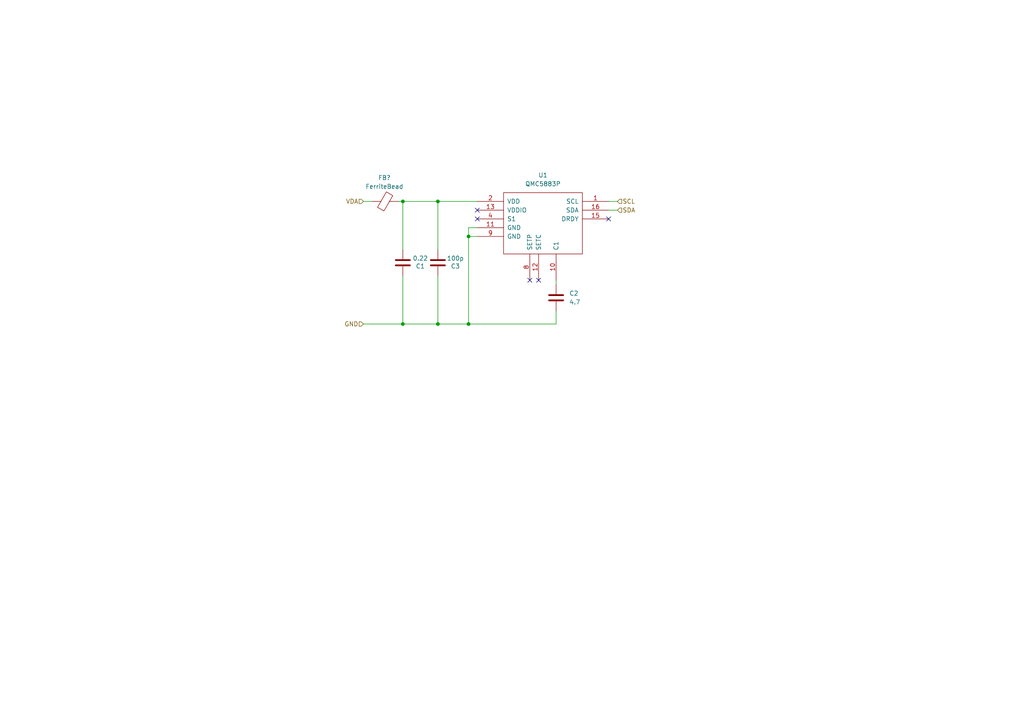
<source format=kicad_sch>
(kicad_sch
	(version 20250114)
	(generator "eeschema")
	(generator_version "9.0")
	(uuid "613a835e-61e7-4b33-987c-8d5db636fbfa")
	(paper "A4")
	(lib_symbols
		(symbol "Device:C"
			(pin_numbers
				(hide yes)
			)
			(pin_names
				(offset 0.254)
			)
			(exclude_from_sim no)
			(in_bom yes)
			(on_board yes)
			(property "Reference" "C"
				(at 0.635 2.54 0)
				(effects
					(font
						(size 1.27 1.27)
					)
					(justify left)
				)
			)
			(property "Value" "C"
				(at 0.635 -2.54 0)
				(effects
					(font
						(size 1.27 1.27)
					)
					(justify left)
				)
			)
			(property "Footprint" ""
				(at 0.9652 -3.81 0)
				(effects
					(font
						(size 1.27 1.27)
					)
					(hide yes)
				)
			)
			(property "Datasheet" "~"
				(at 0 0 0)
				(effects
					(font
						(size 1.27 1.27)
					)
					(hide yes)
				)
			)
			(property "Description" "Unpolarized capacitor"
				(at 0 0 0)
				(effects
					(font
						(size 1.27 1.27)
					)
					(hide yes)
				)
			)
			(property "ki_keywords" "cap capacitor"
				(at 0 0 0)
				(effects
					(font
						(size 1.27 1.27)
					)
					(hide yes)
				)
			)
			(property "ki_fp_filters" "C_*"
				(at 0 0 0)
				(effects
					(font
						(size 1.27 1.27)
					)
					(hide yes)
				)
			)
			(symbol "C_0_1"
				(polyline
					(pts
						(xy -2.032 0.762) (xy 2.032 0.762)
					)
					(stroke
						(width 0.508)
						(type default)
					)
					(fill
						(type none)
					)
				)
				(polyline
					(pts
						(xy -2.032 -0.762) (xy 2.032 -0.762)
					)
					(stroke
						(width 0.508)
						(type default)
					)
					(fill
						(type none)
					)
				)
			)
			(symbol "C_1_1"
				(pin passive line
					(at 0 3.81 270)
					(length 2.794)
					(name "~"
						(effects
							(font
								(size 1.27 1.27)
							)
						)
					)
					(number "1"
						(effects
							(font
								(size 1.27 1.27)
							)
						)
					)
				)
				(pin passive line
					(at 0 -3.81 90)
					(length 2.794)
					(name "~"
						(effects
							(font
								(size 1.27 1.27)
							)
						)
					)
					(number "2"
						(effects
							(font
								(size 1.27 1.27)
							)
						)
					)
				)
			)
			(embedded_fonts no)
		)
		(symbol "Device:FerriteBead"
			(pin_numbers
				(hide yes)
			)
			(pin_names
				(offset 0)
			)
			(exclude_from_sim no)
			(in_bom yes)
			(on_board yes)
			(property "Reference" "FB"
				(at -3.81 0.635 90)
				(effects
					(font
						(size 1.27 1.27)
					)
				)
			)
			(property "Value" "FerriteBead"
				(at 3.81 0 90)
				(effects
					(font
						(size 1.27 1.27)
					)
				)
			)
			(property "Footprint" ""
				(at -1.778 0 90)
				(effects
					(font
						(size 1.27 1.27)
					)
					(hide yes)
				)
			)
			(property "Datasheet" "~"
				(at 0 0 0)
				(effects
					(font
						(size 1.27 1.27)
					)
					(hide yes)
				)
			)
			(property "Description" "Ferrite bead"
				(at 0 0 0)
				(effects
					(font
						(size 1.27 1.27)
					)
					(hide yes)
				)
			)
			(property "ki_keywords" "L ferrite bead inductor filter"
				(at 0 0 0)
				(effects
					(font
						(size 1.27 1.27)
					)
					(hide yes)
				)
			)
			(property "ki_fp_filters" "Inductor_* L_* *Ferrite*"
				(at 0 0 0)
				(effects
					(font
						(size 1.27 1.27)
					)
					(hide yes)
				)
			)
			(symbol "FerriteBead_0_1"
				(polyline
					(pts
						(xy -2.7686 0.4064) (xy -1.7018 2.2606) (xy 2.7686 -0.3048) (xy 1.6764 -2.159) (xy -2.7686 0.4064)
					)
					(stroke
						(width 0)
						(type default)
					)
					(fill
						(type none)
					)
				)
				(polyline
					(pts
						(xy 0 1.27) (xy 0 1.2954)
					)
					(stroke
						(width 0)
						(type default)
					)
					(fill
						(type none)
					)
				)
				(polyline
					(pts
						(xy 0 -1.27) (xy 0 -1.2192)
					)
					(stroke
						(width 0)
						(type default)
					)
					(fill
						(type none)
					)
				)
			)
			(symbol "FerriteBead_1_1"
				(pin passive line
					(at 0 3.81 270)
					(length 2.54)
					(name "~"
						(effects
							(font
								(size 1.27 1.27)
							)
						)
					)
					(number "1"
						(effects
							(font
								(size 1.27 1.27)
							)
						)
					)
				)
				(pin passive line
					(at 0 -3.81 90)
					(length 2.54)
					(name "~"
						(effects
							(font
								(size 1.27 1.27)
							)
						)
					)
					(number "2"
						(effects
							(font
								(size 1.27 1.27)
							)
						)
					)
				)
			)
			(embedded_fonts no)
		)
		(symbol "common:QMC5883P"
			(pin_names
				(offset 1.016)
			)
			(exclude_from_sim no)
			(in_bom yes)
			(on_board yes)
			(property "Reference" "U"
				(at 10.16 8.89 0)
				(effects
					(font
						(size 1.27 1.27)
					)
				)
			)
			(property "Value" "QMC5883P"
				(at -6.35 8.89 0)
				(effects
					(font
						(size 1.27 1.27)
					)
				)
			)
			(property "Footprint" "MODULE"
				(at 0 0 0)
				(effects
					(font
						(size 1.27 1.27)
					)
					(hide yes)
				)
			)
			(property "Datasheet" "DOCUMENTATION"
				(at 0 0 0)
				(effects
					(font
						(size 1.27 1.27)
					)
					(hide yes)
				)
			)
			(property "Description" ""
				(at 0 0 0)
				(effects
					(font
						(size 1.27 1.27)
					)
					(hide yes)
				)
			)
			(symbol "QMC5883P_1_0"
				(rectangle
					(start -11.43 -10.16)
					(end 11.43 7.62)
					(stroke
						(width 0)
						(type solid)
					)
					(fill
						(type none)
					)
				)
			)
			(symbol "QMC5883P_1_1"
				(pin power_in line
					(at -19.05 5.08 0)
					(length 7.62)
					(name "VDD"
						(effects
							(font
								(size 1.27 1.27)
							)
						)
					)
					(number "2"
						(effects
							(font
								(size 1.27 1.27)
							)
						)
					)
				)
				(pin power_in line
					(at -19.05 2.54 0)
					(length 7.62)
					(name "VDDIO"
						(effects
							(font
								(size 1.27 1.27)
							)
						)
					)
					(number "13"
						(effects
							(font
								(size 1.27 1.27)
							)
						)
					)
				)
				(pin input line
					(at -19.05 0 0)
					(length 7.62)
					(name "S1"
						(effects
							(font
								(size 1.27 1.27)
							)
						)
					)
					(number "4"
						(effects
							(font
								(size 1.27 1.27)
							)
						)
					)
				)
				(pin power_in line
					(at -19.05 -2.54 0)
					(length 7.62)
					(name "GND"
						(effects
							(font
								(size 1.27 1.27)
							)
						)
					)
					(number "11"
						(effects
							(font
								(size 1.27 1.27)
							)
						)
					)
				)
				(pin power_in line
					(at -19.05 -5.08 0)
					(length 7.62)
					(name "GND"
						(effects
							(font
								(size 1.27 1.27)
							)
						)
					)
					(number "9"
						(effects
							(font
								(size 1.27 1.27)
							)
						)
					)
				)
				(pin power_out line
					(at -3.81 -17.78 90)
					(length 7.62)
					(name "SETP"
						(effects
							(font
								(size 1.27 1.27)
							)
						)
					)
					(number "8"
						(effects
							(font
								(size 1.27 1.27)
							)
						)
					)
				)
				(pin power_out line
					(at -1.27 -17.78 90)
					(length 7.62)
					(name "SETC"
						(effects
							(font
								(size 1.27 1.27)
							)
						)
					)
					(number "12"
						(effects
							(font
								(size 1.27 1.27)
							)
						)
					)
				)
				(pin power_out line
					(at 3.81 -17.78 90)
					(length 7.62)
					(name "C1"
						(effects
							(font
								(size 1.27 1.27)
							)
						)
					)
					(number "10"
						(effects
							(font
								(size 1.27 1.27)
							)
						)
					)
				)
				(pin input line
					(at 19.05 5.08 180)
					(length 7.62)
					(name "SCL"
						(effects
							(font
								(size 1.27 1.27)
							)
						)
					)
					(number "1"
						(effects
							(font
								(size 1.27 1.27)
							)
						)
					)
				)
				(pin bidirectional line
					(at 19.05 2.54 180)
					(length 7.62)
					(name "SDA"
						(effects
							(font
								(size 1.27 1.27)
							)
						)
					)
					(number "16"
						(effects
							(font
								(size 1.27 1.27)
							)
						)
					)
				)
				(pin output line
					(at 19.05 0 180)
					(length 7.62)
					(name "DRDY"
						(effects
							(font
								(size 1.27 1.27)
							)
						)
					)
					(number "15"
						(effects
							(font
								(size 1.27 1.27)
							)
						)
					)
				)
			)
			(embedded_fonts no)
		)
	)
	(junction
		(at 116.84 58.42)
		(diameter 0)
		(color 0 0 0 0)
		(uuid "10589d03-14d4-4e31-98a1-c871d0ff1d4b")
	)
	(junction
		(at 127 93.98)
		(diameter 0)
		(color 0 0 0 0)
		(uuid "3bdf1a3f-bc42-485f-b864-f8cb370f6211")
	)
	(junction
		(at 127 58.42)
		(diameter 0)
		(color 0 0 0 0)
		(uuid "4c72280c-503d-4b5f-a082-f3ebd1c34205")
	)
	(junction
		(at 135.89 68.58)
		(diameter 0)
		(color 0 0 0 0)
		(uuid "596abe58-dbb4-4bf3-8fb7-937db312a81e")
	)
	(junction
		(at 116.84 93.98)
		(diameter 0)
		(color 0 0 0 0)
		(uuid "7c816bfa-5937-4c6d-a6c3-4b82e9ba42a2")
	)
	(junction
		(at 135.89 93.98)
		(diameter 0)
		(color 0 0 0 0)
		(uuid "aa914619-3e2c-4ca5-93e2-5d0379b7ac88")
	)
	(no_connect
		(at 138.43 60.96)
		(uuid "32952054-35bd-4f13-81fe-9fd57f9e930a")
	)
	(no_connect
		(at 156.21 81.28)
		(uuid "92041b17-d79d-4349-b15a-431f616637e1")
	)
	(no_connect
		(at 176.53 63.5)
		(uuid "9a9cf673-70ff-4a13-ae09-8bb5bf1da14c")
	)
	(no_connect
		(at 138.43 63.5)
		(uuid "a9357f17-f3e9-4baa-a1ce-a7e77c09bd34")
	)
	(no_connect
		(at 153.67 81.28)
		(uuid "f2d7d7af-2b59-4bd6-9015-c69599e127a5")
	)
	(wire
		(pts
			(xy 135.89 93.98) (xy 135.89 68.58)
		)
		(stroke
			(width 0)
			(type default)
		)
		(uuid "0f037c94-73d1-4145-a750-3777d49656c7")
	)
	(wire
		(pts
			(xy 161.29 81.28) (xy 161.29 82.55)
		)
		(stroke
			(width 0)
			(type default)
		)
		(uuid "10fa58c9-4fb9-40c9-88d4-5ac91e57188a")
	)
	(wire
		(pts
			(xy 116.84 80.01) (xy 116.84 93.98)
		)
		(stroke
			(width 0)
			(type default)
		)
		(uuid "13ef9b26-103a-43ae-aa04-50a9d4ff9041")
	)
	(wire
		(pts
			(xy 127 93.98) (xy 135.89 93.98)
		)
		(stroke
			(width 0)
			(type default)
		)
		(uuid "16d01515-ce57-40ae-b0b3-7d298fa87382")
	)
	(wire
		(pts
			(xy 135.89 93.98) (xy 161.29 93.98)
		)
		(stroke
			(width 0)
			(type default)
		)
		(uuid "1bbca678-b77f-4e28-93f1-87f1d636d334")
	)
	(wire
		(pts
			(xy 115.57 58.42) (xy 116.84 58.42)
		)
		(stroke
			(width 0)
			(type default)
		)
		(uuid "324bcb56-c7be-4223-9f60-674fbcbb400e")
	)
	(wire
		(pts
			(xy 176.53 60.96) (xy 179.07 60.96)
		)
		(stroke
			(width 0)
			(type default)
		)
		(uuid "58dbdaaa-ae3b-4c0b-aba7-0d83b6ef9cb7")
	)
	(wire
		(pts
			(xy 135.89 68.58) (xy 135.89 66.04)
		)
		(stroke
			(width 0)
			(type default)
		)
		(uuid "7fc12114-a14a-498d-9e3f-4c649f807198")
	)
	(wire
		(pts
			(xy 116.84 58.42) (xy 116.84 72.39)
		)
		(stroke
			(width 0)
			(type default)
		)
		(uuid "8e404631-c2b0-4ca2-b4bb-8392e2e391e5")
	)
	(wire
		(pts
			(xy 135.89 68.58) (xy 138.43 68.58)
		)
		(stroke
			(width 0)
			(type default)
		)
		(uuid "99372174-603e-4f36-a416-ac5ff3db520b")
	)
	(wire
		(pts
			(xy 105.41 93.98) (xy 116.84 93.98)
		)
		(stroke
			(width 0)
			(type default)
		)
		(uuid "a1e5daa7-c283-4725-bcc3-1e2c45b4b57d")
	)
	(wire
		(pts
			(xy 176.53 58.42) (xy 179.07 58.42)
		)
		(stroke
			(width 0)
			(type default)
		)
		(uuid "a5aea17c-12d8-41f1-be82-2df2aba858f1")
	)
	(wire
		(pts
			(xy 116.84 93.98) (xy 127 93.98)
		)
		(stroke
			(width 0)
			(type default)
		)
		(uuid "ad289452-7311-46eb-a45b-035a014ff08e")
	)
	(wire
		(pts
			(xy 127 80.01) (xy 127 93.98)
		)
		(stroke
			(width 0)
			(type default)
		)
		(uuid "b65a03ff-0178-4577-a154-28930666364e")
	)
	(wire
		(pts
			(xy 116.84 58.42) (xy 127 58.42)
		)
		(stroke
			(width 0)
			(type default)
		)
		(uuid "c6f46c13-e36d-4fe2-8fcf-bc6ee2880e5f")
	)
	(wire
		(pts
			(xy 105.41 58.42) (xy 107.95 58.42)
		)
		(stroke
			(width 0)
			(type default)
		)
		(uuid "cb0a69df-995d-48b2-8441-fab9b80b3041")
	)
	(wire
		(pts
			(xy 127 58.42) (xy 138.43 58.42)
		)
		(stroke
			(width 0)
			(type default)
		)
		(uuid "e3a37c96-bce2-4963-abb3-0ad764f3dc83")
	)
	(wire
		(pts
			(xy 127 58.42) (xy 127 72.39)
		)
		(stroke
			(width 0)
			(type default)
		)
		(uuid "e79773a4-579f-4b12-8eaa-4cc4f55b2744")
	)
	(wire
		(pts
			(xy 135.89 66.04) (xy 138.43 66.04)
		)
		(stroke
			(width 0)
			(type default)
		)
		(uuid "f6bd312f-3a58-4518-995c-1b9922aa527a")
	)
	(wire
		(pts
			(xy 161.29 90.17) (xy 161.29 93.98)
		)
		(stroke
			(width 0)
			(type default)
		)
		(uuid "fb932ce7-19b8-407c-a9f1-5782f3acdb7e")
	)
	(hierarchical_label "SCL"
		(shape input)
		(at 179.07 58.42 0)
		(effects
			(font
				(size 1.27 1.27)
			)
			(justify left)
		)
		(uuid "a40c6312-a170-40c4-83bd-6e66975b3e6c")
	)
	(hierarchical_label "SDA"
		(shape input)
		(at 179.07 60.96 0)
		(effects
			(font
				(size 1.27 1.27)
			)
			(justify left)
		)
		(uuid "beb79e7d-d1f4-465d-aa35-9f0b7eda0493")
	)
	(hierarchical_label "VDA"
		(shape input)
		(at 105.41 58.42 180)
		(effects
			(font
				(size 1.27 1.27)
			)
			(justify right)
		)
		(uuid "e2f70a48-41b6-495b-9d89-30b37c582298")
	)
	(hierarchical_label "GND"
		(shape input)
		(at 105.41 93.98 180)
		(effects
			(font
				(size 1.27 1.27)
			)
			(justify right)
		)
		(uuid "e4532fa8-e36b-48bb-b1e1-6e5d44eaa2e3")
	)
	(symbol
		(lib_id "Device:C")
		(at 116.84 76.2 0)
		(unit 1)
		(exclude_from_sim no)
		(in_bom yes)
		(on_board yes)
		(dnp no)
		(uuid "3eb63e52-6a7a-4d65-86dc-d969ab0f6c05")
		(property "Reference" "C14"
			(at 121.92 77.216 0)
			(effects
				(font
					(size 1.27 1.27)
				)
			)
		)
		(property "Value" "0.22"
			(at 121.92 74.93 0)
			(effects
				(font
					(size 1.27 1.27)
				)
			)
		)
		(property "Footprint" "Capacitor_SMD:C_0805_2012Metric"
			(at 117.8052 80.01 0)
			(effects
				(font
					(size 1.27 1.27)
				)
				(hide yes)
			)
		)
		(property "Datasheet" "~"
			(at 116.84 76.2 0)
			(effects
				(font
					(size 1.27 1.27)
				)
				(hide yes)
			)
		)
		(property "Description" "Unpolarized capacitor"
			(at 116.84 76.2 0)
			(effects
				(font
					(size 1.27 1.27)
				)
				(hide yes)
			)
		)
		(pin "2"
			(uuid "b3484d8e-7760-48d1-9165-3ae2fc9cc0a3")
		)
		(pin "1"
			(uuid "5c7a2a3e-0d14-424a-b45a-161f0b33a7d0")
		)
		(instances
			(project "magnitometr"
				(path "/613a835e-61e7-4b33-987c-8d5db636fbfa"
					(reference "C1")
					(unit 1)
				)
			)
			(project "3axis-magnitometer"
				(path "/c590c88d-27c9-4e5a-a435-a42d9de70c1c/0bdc1534-3886-4ec0-96c3-23dabfd87e22"
					(reference "C14")
					(unit 1)
				)
			)
		)
	)
	(symbol
		(lib_id "Device:FerriteBead")
		(at 111.76 58.42 90)
		(unit 1)
		(exclude_from_sim no)
		(in_bom yes)
		(on_board yes)
		(dnp no)
		(uuid "79810e95-4d14-4f9d-ad20-f4d52e56fbe6")
		(property "Reference" "FB2"
			(at 111.506 51.562 90)
			(effects
				(font
					(size 1.27 1.27)
				)
			)
		)
		(property "Value" "FerriteBead"
			(at 111.506 54.102 90)
			(effects
				(font
					(size 1.27 1.27)
				)
			)
		)
		(property "Footprint" "Inductor_SMD:L_0805_2012Metric"
			(at 111.76 60.198 90)
			(effects
				(font
					(size 1.27 1.27)
				)
				(hide yes)
			)
		)
		(property "Datasheet" "~"
			(at 111.76 58.42 0)
			(effects
				(font
					(size 1.27 1.27)
				)
				(hide yes)
			)
		)
		(property "Description" "Ferrite bead"
			(at 111.76 58.42 0)
			(effects
				(font
					(size 1.27 1.27)
				)
				(hide yes)
			)
		)
		(pin "2"
			(uuid "b707dcc4-d9ae-4ad7-b988-d3a06ef4e0fa")
		)
		(pin "1"
			(uuid "0dc32965-dbac-4648-acd2-52cb6a26e311")
		)
		(instances
			(project "magnitometr"
				(path "/613a835e-61e7-4b33-987c-8d5db636fbfa"
					(reference "FB?")
					(unit 1)
				)
			)
			(project ""
				(path "/c590c88d-27c9-4e5a-a435-a42d9de70c1c/0bdc1534-3886-4ec0-96c3-23dabfd87e22"
					(reference "FB2")
					(unit 1)
				)
			)
		)
	)
	(symbol
		(lib_id "Device:C")
		(at 127 76.2 0)
		(unit 1)
		(exclude_from_sim no)
		(in_bom yes)
		(on_board yes)
		(dnp no)
		(uuid "c5fa4b77-8d79-4609-9264-0178c73b66e7")
		(property "Reference" "C15"
			(at 132.08 77.216 0)
			(effects
				(font
					(size 1.27 1.27)
				)
			)
		)
		(property "Value" "100p"
			(at 132.08 74.93 0)
			(effects
				(font
					(size 1.27 1.27)
				)
			)
		)
		(property "Footprint" "Capacitor_SMD:C_0805_2012Metric"
			(at 127.9652 80.01 0)
			(effects
				(font
					(size 1.27 1.27)
				)
				(hide yes)
			)
		)
		(property "Datasheet" "~"
			(at 127 76.2 0)
			(effects
				(font
					(size 1.27 1.27)
				)
				(hide yes)
			)
		)
		(property "Description" "Unpolarized capacitor"
			(at 127 76.2 0)
			(effects
				(font
					(size 1.27 1.27)
				)
				(hide yes)
			)
		)
		(pin "2"
			(uuid "1c7fe873-37c0-43af-93b4-e091cfa77506")
		)
		(pin "1"
			(uuid "d6d4ebdd-b3f2-4d9f-95de-0142b08bfc0b")
		)
		(instances
			(project "magnitometr"
				(path "/613a835e-61e7-4b33-987c-8d5db636fbfa"
					(reference "C3")
					(unit 1)
				)
			)
			(project "3axis-magnitometer"
				(path "/c590c88d-27c9-4e5a-a435-a42d9de70c1c/0bdc1534-3886-4ec0-96c3-23dabfd87e22"
					(reference "C15")
					(unit 1)
				)
			)
		)
	)
	(symbol
		(lib_id "common:QMC5883P")
		(at 157.48 63.5 0)
		(unit 1)
		(exclude_from_sim no)
		(in_bom yes)
		(on_board yes)
		(dnp no)
		(fields_autoplaced yes)
		(uuid "e5225aed-dcc3-4d66-a2f3-4988bb46ec42")
		(property "Reference" "U4"
			(at 157.48 50.8 0)
			(effects
				(font
					(size 1.27 1.27)
				)
			)
		)
		(property "Value" "QMC5883P"
			(at 157.48 53.34 0)
			(effects
				(font
					(size 1.27 1.27)
				)
			)
		)
		(property "Footprint" "Package_LGA:LGA-16_3x3mm_P0.5mm_LayoutBorder3x5y"
			(at 157.48 63.5 0)
			(effects
				(font
					(size 1.27 1.27)
				)
				(hide yes)
			)
		)
		(property "Datasheet" "DOCUMENTATION"
			(at 157.48 63.5 0)
			(effects
				(font
					(size 1.27 1.27)
				)
				(hide yes)
			)
		)
		(property "Description" ""
			(at 157.48 63.5 0)
			(effects
				(font
					(size 1.27 1.27)
				)
				(hide yes)
			)
		)
		(pin "16"
			(uuid "78cb7a30-9502-44cf-9a29-c6c0b274d7ee")
		)
		(pin "4"
			(uuid "b3bf7526-03d0-4d7d-bd07-37b931ecf114")
		)
		(pin "11"
			(uuid "a0cfa24c-3f82-4432-af0d-83f902dd55dd")
		)
		(pin "8"
			(uuid "0a754184-a754-4151-b544-66f0704b3c02")
		)
		(pin "1"
			(uuid "9c534bde-9a77-4ca8-9366-dbb70524809a")
		)
		(pin "15"
			(uuid "70fa7f77-87c5-498b-a2f6-4128414c22e9")
		)
		(pin "9"
			(uuid "556e7f57-e70d-4acb-bf40-5aaa05349cda")
		)
		(pin "12"
			(uuid "4bb7bbfe-c12b-4fbf-83eb-0990163c668f")
		)
		(pin "10"
			(uuid "a76d7209-d751-42f6-bce6-145c74b7b5d3")
		)
		(pin "2"
			(uuid "ec556983-0a0d-43c9-af04-d4d067494fc9")
		)
		(pin "13"
			(uuid "e59f9a57-2422-4d38-9003-0447afeec09c")
		)
		(instances
			(project ""
				(path "/613a835e-61e7-4b33-987c-8d5db636fbfa"
					(reference "U1")
					(unit 1)
				)
			)
			(project "3axis-magnitometer"
				(path "/c590c88d-27c9-4e5a-a435-a42d9de70c1c/0bdc1534-3886-4ec0-96c3-23dabfd87e22"
					(reference "U4")
					(unit 1)
				)
			)
		)
	)
	(symbol
		(lib_id "Device:C")
		(at 161.29 86.36 0)
		(unit 1)
		(exclude_from_sim no)
		(in_bom yes)
		(on_board yes)
		(dnp no)
		(fields_autoplaced yes)
		(uuid "ee58e80d-7381-4bd6-813e-2cbe37c9bdf8")
		(property "Reference" "C20"
			(at 165.1 85.0899 0)
			(effects
				(font
					(size 1.27 1.27)
				)
				(justify left)
			)
		)
		(property "Value" "4.7"
			(at 165.1 87.6299 0)
			(effects
				(font
					(size 1.27 1.27)
				)
				(justify left)
			)
		)
		(property "Footprint" "Capacitor_SMD:C_0805_2012Metric"
			(at 162.2552 90.17 0)
			(effects
				(font
					(size 1.27 1.27)
				)
				(hide yes)
			)
		)
		(property "Datasheet" "~"
			(at 161.29 86.36 0)
			(effects
				(font
					(size 1.27 1.27)
				)
				(hide yes)
			)
		)
		(property "Description" "Unpolarized capacitor"
			(at 161.29 86.36 0)
			(effects
				(font
					(size 1.27 1.27)
				)
				(hide yes)
			)
		)
		(pin "2"
			(uuid "3235ab9c-b7a0-45d2-9c44-e44233879486")
		)
		(pin "1"
			(uuid "e96fd34e-ae53-441c-9795-e5a19cdb1837")
		)
		(instances
			(project "magnitometr"
				(path "/613a835e-61e7-4b33-987c-8d5db636fbfa"
					(reference "C2")
					(unit 1)
				)
			)
			(project "3axis-magnitometer"
				(path "/c590c88d-27c9-4e5a-a435-a42d9de70c1c/0bdc1534-3886-4ec0-96c3-23dabfd87e22"
					(reference "C20")
					(unit 1)
				)
			)
		)
	)
	(sheet_instances
		(path "/"
			(page "1")
		)
	)
	(embedded_fonts no)
)

</source>
